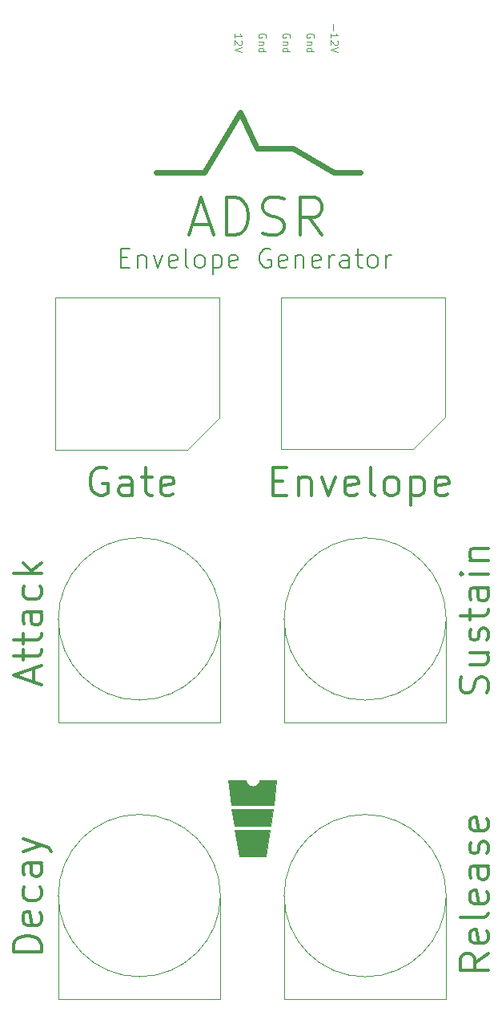
<source format=gbr>
%TF.GenerationSoftware,KiCad,Pcbnew,(6.0.0-0)*%
%TF.CreationDate,2022-11-10T22:32:44-05:00*%
%TF.ProjectId,ADSR-Generator,41445352-2d47-4656-9e65-7261746f722e,rev?*%
%TF.SameCoordinates,Original*%
%TF.FileFunction,Legend,Top*%
%TF.FilePolarity,Positive*%
%FSLAX46Y46*%
G04 Gerber Fmt 4.6, Leading zero omitted, Abs format (unit mm)*
G04 Created by KiCad (PCBNEW (6.0.0-0)) date 2022-11-10 22:32:44*
%MOMM*%
%LPD*%
G01*
G04 APERTURE LIST*
%ADD10C,0.300000*%
%ADD11C,0.600000*%
%ADD12C,0.200000*%
%ADD13C,0.100000*%
%ADD14C,0.052916*%
%ADD15C,0.120000*%
G04 APERTURE END LIST*
D10*
X227838857Y-60102666D02*
X229743619Y-60102666D01*
X227457904Y-61245523D02*
X228791238Y-57245523D01*
X230124571Y-61245523D01*
X231457904Y-61245523D02*
X231457904Y-57245523D01*
X232410285Y-57245523D01*
X232981714Y-57436000D01*
X233362666Y-57816952D01*
X233553142Y-58197904D01*
X233743619Y-58959809D01*
X233743619Y-59531238D01*
X233553142Y-60293142D01*
X233362666Y-60674095D01*
X232981714Y-61055047D01*
X232410285Y-61245523D01*
X231457904Y-61245523D01*
X235267428Y-61055047D02*
X235838857Y-61245523D01*
X236791238Y-61245523D01*
X237172190Y-61055047D01*
X237362666Y-60864571D01*
X237553142Y-60483619D01*
X237553142Y-60102666D01*
X237362666Y-59721714D01*
X237172190Y-59531238D01*
X236791238Y-59340761D01*
X236029333Y-59150285D01*
X235648380Y-58959809D01*
X235457904Y-58769333D01*
X235267428Y-58388380D01*
X235267428Y-58007428D01*
X235457904Y-57626476D01*
X235648380Y-57436000D01*
X236029333Y-57245523D01*
X236981714Y-57245523D01*
X237553142Y-57436000D01*
X241553142Y-61245523D02*
X240219809Y-59340761D01*
X239267428Y-61245523D02*
X239267428Y-57245523D01*
X240791238Y-57245523D01*
X241172190Y-57436000D01*
X241362666Y-57626476D01*
X241553142Y-58007428D01*
X241553142Y-58578857D01*
X241362666Y-58959809D01*
X241172190Y-59150285D01*
X240791238Y-59340761D01*
X239267428Y-59340761D01*
D11*
X226314000Y-54610000D02*
X224028000Y-54610000D01*
X242824000Y-54610000D02*
X245618000Y-54610000D01*
X238506000Y-52070000D02*
X242824000Y-54610000D01*
X234696000Y-52070000D02*
X238506000Y-52070000D01*
X232918000Y-48260000D02*
X234696000Y-52070000D01*
X229108000Y-54610000D02*
X232918000Y-48260000D01*
X226314000Y-54610000D02*
X229108000Y-54610000D01*
D12*
X220299142Y-63611142D02*
X220965809Y-63611142D01*
X221251523Y-64658761D02*
X220299142Y-64658761D01*
X220299142Y-62658761D01*
X221251523Y-62658761D01*
X222108666Y-63325428D02*
X222108666Y-64658761D01*
X222108666Y-63515904D02*
X222203904Y-63420666D01*
X222394380Y-63325428D01*
X222680095Y-63325428D01*
X222870571Y-63420666D01*
X222965809Y-63611142D01*
X222965809Y-64658761D01*
X223727714Y-63325428D02*
X224203904Y-64658761D01*
X224680095Y-63325428D01*
X226203904Y-64563523D02*
X226013428Y-64658761D01*
X225632476Y-64658761D01*
X225442000Y-64563523D01*
X225346761Y-64373047D01*
X225346761Y-63611142D01*
X225442000Y-63420666D01*
X225632476Y-63325428D01*
X226013428Y-63325428D01*
X226203904Y-63420666D01*
X226299142Y-63611142D01*
X226299142Y-63801619D01*
X225346761Y-63992095D01*
X227442000Y-64658761D02*
X227251523Y-64563523D01*
X227156285Y-64373047D01*
X227156285Y-62658761D01*
X228489619Y-64658761D02*
X228299142Y-64563523D01*
X228203904Y-64468285D01*
X228108666Y-64277809D01*
X228108666Y-63706380D01*
X228203904Y-63515904D01*
X228299142Y-63420666D01*
X228489619Y-63325428D01*
X228775333Y-63325428D01*
X228965809Y-63420666D01*
X229061047Y-63515904D01*
X229156285Y-63706380D01*
X229156285Y-64277809D01*
X229061047Y-64468285D01*
X228965809Y-64563523D01*
X228775333Y-64658761D01*
X228489619Y-64658761D01*
X230013428Y-63325428D02*
X230013428Y-65325428D01*
X230013428Y-63420666D02*
X230203904Y-63325428D01*
X230584857Y-63325428D01*
X230775333Y-63420666D01*
X230870571Y-63515904D01*
X230965809Y-63706380D01*
X230965809Y-64277809D01*
X230870571Y-64468285D01*
X230775333Y-64563523D01*
X230584857Y-64658761D01*
X230203904Y-64658761D01*
X230013428Y-64563523D01*
X232584857Y-64563523D02*
X232394380Y-64658761D01*
X232013428Y-64658761D01*
X231822952Y-64563523D01*
X231727714Y-64373047D01*
X231727714Y-63611142D01*
X231822952Y-63420666D01*
X232013428Y-63325428D01*
X232394380Y-63325428D01*
X232584857Y-63420666D01*
X232680095Y-63611142D01*
X232680095Y-63801619D01*
X231727714Y-63992095D01*
X236108666Y-62754000D02*
X235918190Y-62658761D01*
X235632476Y-62658761D01*
X235346761Y-62754000D01*
X235156285Y-62944476D01*
X235061047Y-63134952D01*
X234965809Y-63515904D01*
X234965809Y-63801619D01*
X235061047Y-64182571D01*
X235156285Y-64373047D01*
X235346761Y-64563523D01*
X235632476Y-64658761D01*
X235822952Y-64658761D01*
X236108666Y-64563523D01*
X236203904Y-64468285D01*
X236203904Y-63801619D01*
X235822952Y-63801619D01*
X237822952Y-64563523D02*
X237632476Y-64658761D01*
X237251523Y-64658761D01*
X237061047Y-64563523D01*
X236965809Y-64373047D01*
X236965809Y-63611142D01*
X237061047Y-63420666D01*
X237251523Y-63325428D01*
X237632476Y-63325428D01*
X237822952Y-63420666D01*
X237918190Y-63611142D01*
X237918190Y-63801619D01*
X236965809Y-63992095D01*
X238775333Y-63325428D02*
X238775333Y-64658761D01*
X238775333Y-63515904D02*
X238870571Y-63420666D01*
X239061047Y-63325428D01*
X239346761Y-63325428D01*
X239537238Y-63420666D01*
X239632476Y-63611142D01*
X239632476Y-64658761D01*
X241346761Y-64563523D02*
X241156285Y-64658761D01*
X240775333Y-64658761D01*
X240584857Y-64563523D01*
X240489619Y-64373047D01*
X240489619Y-63611142D01*
X240584857Y-63420666D01*
X240775333Y-63325428D01*
X241156285Y-63325428D01*
X241346761Y-63420666D01*
X241442000Y-63611142D01*
X241442000Y-63801619D01*
X240489619Y-63992095D01*
X242299142Y-64658761D02*
X242299142Y-63325428D01*
X242299142Y-63706380D02*
X242394380Y-63515904D01*
X242489619Y-63420666D01*
X242680095Y-63325428D01*
X242870571Y-63325428D01*
X244394380Y-64658761D02*
X244394380Y-63611142D01*
X244299142Y-63420666D01*
X244108666Y-63325428D01*
X243727714Y-63325428D01*
X243537238Y-63420666D01*
X244394380Y-64563523D02*
X244203904Y-64658761D01*
X243727714Y-64658761D01*
X243537238Y-64563523D01*
X243442000Y-64373047D01*
X243442000Y-64182571D01*
X243537238Y-63992095D01*
X243727714Y-63896857D01*
X244203904Y-63896857D01*
X244394380Y-63801619D01*
X245061047Y-63325428D02*
X245822952Y-63325428D01*
X245346761Y-62658761D02*
X245346761Y-64373047D01*
X245442000Y-64563523D01*
X245632476Y-64658761D01*
X245822952Y-64658761D01*
X246775333Y-64658761D02*
X246584857Y-64563523D01*
X246489619Y-64468285D01*
X246394380Y-64277809D01*
X246394380Y-63706380D01*
X246489619Y-63515904D01*
X246584857Y-63420666D01*
X246775333Y-63325428D01*
X247061047Y-63325428D01*
X247251523Y-63420666D01*
X247346761Y-63515904D01*
X247442000Y-63706380D01*
X247442000Y-64277809D01*
X247346761Y-64468285D01*
X247251523Y-64563523D01*
X247061047Y-64658761D01*
X246775333Y-64658761D01*
X248299142Y-64658761D02*
X248299142Y-63325428D01*
X248299142Y-63706380D02*
X248394380Y-63515904D01*
X248489619Y-63420666D01*
X248680095Y-63325428D01*
X248870571Y-63325428D01*
D13*
X232302095Y-40398761D02*
X232302095Y-39941619D01*
X232302095Y-40170190D02*
X233102095Y-40170190D01*
X232987809Y-40094000D01*
X232911619Y-40017809D01*
X232873523Y-39941619D01*
X233025904Y-40703523D02*
X233064000Y-40741619D01*
X233102095Y-40817809D01*
X233102095Y-41008285D01*
X233064000Y-41084476D01*
X233025904Y-41122571D01*
X232949714Y-41160666D01*
X232873523Y-41160666D01*
X232759238Y-41122571D01*
X232302095Y-40665428D01*
X232302095Y-41160666D01*
X233102095Y-41389238D02*
X232302095Y-41655904D01*
X233102095Y-41922571D01*
X235604000Y-40379714D02*
X235642095Y-40303523D01*
X235642095Y-40189238D01*
X235604000Y-40074952D01*
X235527809Y-39998761D01*
X235451619Y-39960666D01*
X235299238Y-39922571D01*
X235184952Y-39922571D01*
X235032571Y-39960666D01*
X234956380Y-39998761D01*
X234880190Y-40074952D01*
X234842095Y-40189238D01*
X234842095Y-40265428D01*
X234880190Y-40379714D01*
X234918285Y-40417809D01*
X235184952Y-40417809D01*
X235184952Y-40265428D01*
X235375428Y-40760666D02*
X234842095Y-40760666D01*
X235299238Y-40760666D02*
X235337333Y-40798761D01*
X235375428Y-40874952D01*
X235375428Y-40989238D01*
X235337333Y-41065428D01*
X235261142Y-41103523D01*
X234842095Y-41103523D01*
X234842095Y-41827333D02*
X235642095Y-41827333D01*
X234880190Y-41827333D02*
X234842095Y-41751142D01*
X234842095Y-41598761D01*
X234880190Y-41522571D01*
X234918285Y-41484476D01*
X234994476Y-41446380D01*
X235223047Y-41446380D01*
X235299238Y-41484476D01*
X235337333Y-41522571D01*
X235375428Y-41598761D01*
X235375428Y-41751142D01*
X235337333Y-41827333D01*
X242766857Y-38976476D02*
X242766857Y-39586000D01*
X242462095Y-40386000D02*
X242462095Y-39928857D01*
X242462095Y-40157428D02*
X243262095Y-40157428D01*
X243147809Y-40081238D01*
X243071619Y-40005047D01*
X243033523Y-39928857D01*
X243185904Y-40690761D02*
X243224000Y-40728857D01*
X243262095Y-40805047D01*
X243262095Y-40995523D01*
X243224000Y-41071714D01*
X243185904Y-41109809D01*
X243109714Y-41147904D01*
X243033523Y-41147904D01*
X242919238Y-41109809D01*
X242462095Y-40652666D01*
X242462095Y-41147904D01*
X243262095Y-41376476D02*
X242462095Y-41643142D01*
X243262095Y-41909809D01*
X238144000Y-40379714D02*
X238182095Y-40303523D01*
X238182095Y-40189238D01*
X238144000Y-40074952D01*
X238067809Y-39998761D01*
X237991619Y-39960666D01*
X237839238Y-39922571D01*
X237724952Y-39922571D01*
X237572571Y-39960666D01*
X237496380Y-39998761D01*
X237420190Y-40074952D01*
X237382095Y-40189238D01*
X237382095Y-40265428D01*
X237420190Y-40379714D01*
X237458285Y-40417809D01*
X237724952Y-40417809D01*
X237724952Y-40265428D01*
X237915428Y-40760666D02*
X237382095Y-40760666D01*
X237839238Y-40760666D02*
X237877333Y-40798761D01*
X237915428Y-40874952D01*
X237915428Y-40989238D01*
X237877333Y-41065428D01*
X237801142Y-41103523D01*
X237382095Y-41103523D01*
X237382095Y-41827333D02*
X238182095Y-41827333D01*
X237420190Y-41827333D02*
X237382095Y-41751142D01*
X237382095Y-41598761D01*
X237420190Y-41522571D01*
X237458285Y-41484476D01*
X237534476Y-41446380D01*
X237763047Y-41446380D01*
X237839238Y-41484476D01*
X237877333Y-41522571D01*
X237915428Y-41598761D01*
X237915428Y-41751142D01*
X237877333Y-41827333D01*
X240684000Y-40379714D02*
X240722095Y-40303523D01*
X240722095Y-40189238D01*
X240684000Y-40074952D01*
X240607809Y-39998761D01*
X240531619Y-39960666D01*
X240379238Y-39922571D01*
X240264952Y-39922571D01*
X240112571Y-39960666D01*
X240036380Y-39998761D01*
X239960190Y-40074952D01*
X239922095Y-40189238D01*
X239922095Y-40265428D01*
X239960190Y-40379714D01*
X239998285Y-40417809D01*
X240264952Y-40417809D01*
X240264952Y-40265428D01*
X240455428Y-40760666D02*
X239922095Y-40760666D01*
X240379238Y-40760666D02*
X240417333Y-40798761D01*
X240455428Y-40874952D01*
X240455428Y-40989238D01*
X240417333Y-41065428D01*
X240341142Y-41103523D01*
X239922095Y-41103523D01*
X239922095Y-41827333D02*
X240722095Y-41827333D01*
X239960190Y-41827333D02*
X239922095Y-41751142D01*
X239922095Y-41598761D01*
X239960190Y-41522571D01*
X239998285Y-41484476D01*
X240074476Y-41446380D01*
X240303047Y-41446380D01*
X240379238Y-41484476D01*
X240417333Y-41522571D01*
X240455428Y-41598761D01*
X240455428Y-41751142D01*
X240417333Y-41827333D01*
D10*
%TO.C,RV4*%
X211923142Y-136921142D02*
X208923142Y-136921142D01*
X208923142Y-136206857D01*
X209066000Y-135778285D01*
X209351714Y-135492571D01*
X209637428Y-135349714D01*
X210208857Y-135206857D01*
X210637428Y-135206857D01*
X211208857Y-135349714D01*
X211494571Y-135492571D01*
X211780285Y-135778285D01*
X211923142Y-136206857D01*
X211923142Y-136921142D01*
X211780285Y-132778285D02*
X211923142Y-133064000D01*
X211923142Y-133635428D01*
X211780285Y-133921142D01*
X211494571Y-134064000D01*
X210351714Y-134064000D01*
X210066000Y-133921142D01*
X209923142Y-133635428D01*
X209923142Y-133064000D01*
X210066000Y-132778285D01*
X210351714Y-132635428D01*
X210637428Y-132635428D01*
X210923142Y-134064000D01*
X211780285Y-130064000D02*
X211923142Y-130349714D01*
X211923142Y-130921142D01*
X211780285Y-131206857D01*
X211637428Y-131349714D01*
X211351714Y-131492571D01*
X210494571Y-131492571D01*
X210208857Y-131349714D01*
X210066000Y-131206857D01*
X209923142Y-130921142D01*
X209923142Y-130349714D01*
X210066000Y-130064000D01*
X211923142Y-127492571D02*
X210351714Y-127492571D01*
X210066000Y-127635428D01*
X209923142Y-127921142D01*
X209923142Y-128492571D01*
X210066000Y-128778285D01*
X211780285Y-127492571D02*
X211923142Y-127778285D01*
X211923142Y-128492571D01*
X211780285Y-128778285D01*
X211494571Y-128921142D01*
X211208857Y-128921142D01*
X210923142Y-128778285D01*
X210780285Y-128492571D01*
X210780285Y-127778285D01*
X210637428Y-127492571D01*
X209923142Y-126349714D02*
X211923142Y-125635428D01*
X209923142Y-124921142D02*
X211923142Y-125635428D01*
X212637428Y-125921142D01*
X212780285Y-126064000D01*
X212923142Y-126349714D01*
%TO.C,RV3*%
X259024285Y-109568285D02*
X259167142Y-109139714D01*
X259167142Y-108425428D01*
X259024285Y-108139714D01*
X258881428Y-107996857D01*
X258595714Y-107854000D01*
X258310000Y-107854000D01*
X258024285Y-107996857D01*
X257881428Y-108139714D01*
X257738571Y-108425428D01*
X257595714Y-108996857D01*
X257452857Y-109282571D01*
X257310000Y-109425428D01*
X257024285Y-109568285D01*
X256738571Y-109568285D01*
X256452857Y-109425428D01*
X256310000Y-109282571D01*
X256167142Y-108996857D01*
X256167142Y-108282571D01*
X256310000Y-107854000D01*
X257167142Y-105282571D02*
X259167142Y-105282571D01*
X257167142Y-106568285D02*
X258738571Y-106568285D01*
X259024285Y-106425428D01*
X259167142Y-106139714D01*
X259167142Y-105711142D01*
X259024285Y-105425428D01*
X258881428Y-105282571D01*
X259024285Y-103996857D02*
X259167142Y-103711142D01*
X259167142Y-103139714D01*
X259024285Y-102854000D01*
X258738571Y-102711142D01*
X258595714Y-102711142D01*
X258310000Y-102854000D01*
X258167142Y-103139714D01*
X258167142Y-103568285D01*
X258024285Y-103854000D01*
X257738571Y-103996857D01*
X257595714Y-103996857D01*
X257310000Y-103854000D01*
X257167142Y-103568285D01*
X257167142Y-103139714D01*
X257310000Y-102854000D01*
X257167142Y-101854000D02*
X257167142Y-100711142D01*
X256167142Y-101425428D02*
X258738571Y-101425428D01*
X259024285Y-101282571D01*
X259167142Y-100996857D01*
X259167142Y-100711142D01*
X259167142Y-98425428D02*
X257595714Y-98425428D01*
X257310000Y-98568285D01*
X257167142Y-98854000D01*
X257167142Y-99425428D01*
X257310000Y-99711142D01*
X259024285Y-98425428D02*
X259167142Y-98711142D01*
X259167142Y-99425428D01*
X259024285Y-99711142D01*
X258738571Y-99854000D01*
X258452857Y-99854000D01*
X258167142Y-99711142D01*
X258024285Y-99425428D01*
X258024285Y-98711142D01*
X257881428Y-98425428D01*
X259167142Y-96996857D02*
X257167142Y-96996857D01*
X256167142Y-96996857D02*
X256310000Y-97139714D01*
X256452857Y-96996857D01*
X256310000Y-96854000D01*
X256167142Y-96996857D01*
X256452857Y-96996857D01*
X257167142Y-95568285D02*
X259167142Y-95568285D01*
X257452857Y-95568285D02*
X257310000Y-95425428D01*
X257167142Y-95139714D01*
X257167142Y-94711142D01*
X257310000Y-94425428D01*
X257595714Y-94282571D01*
X259167142Y-94282571D01*
%TO.C,RV2*%
X211066000Y-108393714D02*
X211066000Y-106965142D01*
X211923142Y-108679428D02*
X208923142Y-107679428D01*
X211923142Y-106679428D01*
X209923142Y-106108000D02*
X209923142Y-104965142D01*
X208923142Y-105679428D02*
X211494571Y-105679428D01*
X211780285Y-105536571D01*
X211923142Y-105250857D01*
X211923142Y-104965142D01*
X209923142Y-104393714D02*
X209923142Y-103250857D01*
X208923142Y-103965142D02*
X211494571Y-103965142D01*
X211780285Y-103822285D01*
X211923142Y-103536571D01*
X211923142Y-103250857D01*
X211923142Y-100965142D02*
X210351714Y-100965142D01*
X210066000Y-101108000D01*
X209923142Y-101393714D01*
X209923142Y-101965142D01*
X210066000Y-102250857D01*
X211780285Y-100965142D02*
X211923142Y-101250857D01*
X211923142Y-101965142D01*
X211780285Y-102250857D01*
X211494571Y-102393714D01*
X211208857Y-102393714D01*
X210923142Y-102250857D01*
X210780285Y-101965142D01*
X210780285Y-101250857D01*
X210637428Y-100965142D01*
X211780285Y-98250857D02*
X211923142Y-98536571D01*
X211923142Y-99108000D01*
X211780285Y-99393714D01*
X211637428Y-99536571D01*
X211351714Y-99679428D01*
X210494571Y-99679428D01*
X210208857Y-99536571D01*
X210066000Y-99393714D01*
X209923142Y-99108000D01*
X209923142Y-98536571D01*
X210066000Y-98250857D01*
X211923142Y-96965142D02*
X208923142Y-96965142D01*
X210780285Y-96679428D02*
X211923142Y-95822285D01*
X209923142Y-95822285D02*
X211066000Y-96965142D01*
%TO.C,RV1*%
X259167142Y-137095714D02*
X257738571Y-138095714D01*
X259167142Y-138810000D02*
X256167142Y-138810000D01*
X256167142Y-137667142D01*
X256310000Y-137381428D01*
X256452857Y-137238571D01*
X256738571Y-137095714D01*
X257167142Y-137095714D01*
X257452857Y-137238571D01*
X257595714Y-137381428D01*
X257738571Y-137667142D01*
X257738571Y-138810000D01*
X259024285Y-134667142D02*
X259167142Y-134952857D01*
X259167142Y-135524285D01*
X259024285Y-135810000D01*
X258738571Y-135952857D01*
X257595714Y-135952857D01*
X257310000Y-135810000D01*
X257167142Y-135524285D01*
X257167142Y-134952857D01*
X257310000Y-134667142D01*
X257595714Y-134524285D01*
X257881428Y-134524285D01*
X258167142Y-135952857D01*
X259167142Y-132810000D02*
X259024285Y-133095714D01*
X258738571Y-133238571D01*
X256167142Y-133238571D01*
X259024285Y-130524285D02*
X259167142Y-130810000D01*
X259167142Y-131381428D01*
X259024285Y-131667142D01*
X258738571Y-131810000D01*
X257595714Y-131810000D01*
X257310000Y-131667142D01*
X257167142Y-131381428D01*
X257167142Y-130810000D01*
X257310000Y-130524285D01*
X257595714Y-130381428D01*
X257881428Y-130381428D01*
X258167142Y-131810000D01*
X259167142Y-127810000D02*
X257595714Y-127810000D01*
X257310000Y-127952857D01*
X257167142Y-128238571D01*
X257167142Y-128810000D01*
X257310000Y-129095714D01*
X259024285Y-127810000D02*
X259167142Y-128095714D01*
X259167142Y-128810000D01*
X259024285Y-129095714D01*
X258738571Y-129238571D01*
X258452857Y-129238571D01*
X258167142Y-129095714D01*
X258024285Y-128810000D01*
X258024285Y-128095714D01*
X257881428Y-127810000D01*
X259024285Y-126524285D02*
X259167142Y-126238571D01*
X259167142Y-125667142D01*
X259024285Y-125381428D01*
X258738571Y-125238571D01*
X258595714Y-125238571D01*
X258310000Y-125381428D01*
X258167142Y-125667142D01*
X258167142Y-126095714D01*
X258024285Y-126381428D01*
X257738571Y-126524285D01*
X257595714Y-126524285D01*
X257310000Y-126381428D01*
X257167142Y-126095714D01*
X257167142Y-125667142D01*
X257310000Y-125381428D01*
X259024285Y-122810000D02*
X259167142Y-123095714D01*
X259167142Y-123667142D01*
X259024285Y-123952857D01*
X258738571Y-124095714D01*
X257595714Y-124095714D01*
X257310000Y-123952857D01*
X257167142Y-123667142D01*
X257167142Y-123095714D01*
X257310000Y-122810000D01*
X257595714Y-122667142D01*
X257881428Y-122667142D01*
X258167142Y-124095714D01*
%TO.C,J3*%
X236403714Y-87161714D02*
X237403714Y-87161714D01*
X237832285Y-88733142D02*
X236403714Y-88733142D01*
X236403714Y-85733142D01*
X237832285Y-85733142D01*
X239118000Y-86733142D02*
X239118000Y-88733142D01*
X239118000Y-87018857D02*
X239260857Y-86876000D01*
X239546571Y-86733142D01*
X239975142Y-86733142D01*
X240260857Y-86876000D01*
X240403714Y-87161714D01*
X240403714Y-88733142D01*
X241546571Y-86733142D02*
X242260857Y-88733142D01*
X242975142Y-86733142D01*
X245260857Y-88590285D02*
X244975142Y-88733142D01*
X244403714Y-88733142D01*
X244118000Y-88590285D01*
X243975142Y-88304571D01*
X243975142Y-87161714D01*
X244118000Y-86876000D01*
X244403714Y-86733142D01*
X244975142Y-86733142D01*
X245260857Y-86876000D01*
X245403714Y-87161714D01*
X245403714Y-87447428D01*
X243975142Y-87733142D01*
X247118000Y-88733142D02*
X246832285Y-88590285D01*
X246689428Y-88304571D01*
X246689428Y-85733142D01*
X248689428Y-88733142D02*
X248403714Y-88590285D01*
X248260857Y-88447428D01*
X248118000Y-88161714D01*
X248118000Y-87304571D01*
X248260857Y-87018857D01*
X248403714Y-86876000D01*
X248689428Y-86733142D01*
X249118000Y-86733142D01*
X249403714Y-86876000D01*
X249546571Y-87018857D01*
X249689428Y-87304571D01*
X249689428Y-88161714D01*
X249546571Y-88447428D01*
X249403714Y-88590285D01*
X249118000Y-88733142D01*
X248689428Y-88733142D01*
X250975142Y-86733142D02*
X250975142Y-89733142D01*
X250975142Y-86876000D02*
X251260857Y-86733142D01*
X251832285Y-86733142D01*
X252118000Y-86876000D01*
X252260857Y-87018857D01*
X252403714Y-87304571D01*
X252403714Y-88161714D01*
X252260857Y-88447428D01*
X252118000Y-88590285D01*
X251832285Y-88733142D01*
X251260857Y-88733142D01*
X250975142Y-88590285D01*
X254832285Y-88590285D02*
X254546571Y-88733142D01*
X253975142Y-88733142D01*
X253689428Y-88590285D01*
X253546571Y-88304571D01*
X253546571Y-87161714D01*
X253689428Y-86876000D01*
X253975142Y-86733142D01*
X254546571Y-86733142D01*
X254832285Y-86876000D01*
X254975142Y-87161714D01*
X254975142Y-87447428D01*
X253546571Y-87733142D01*
%TO.C,J2*%
X218773714Y-85876000D02*
X218488000Y-85733142D01*
X218059428Y-85733142D01*
X217630857Y-85876000D01*
X217345142Y-86161714D01*
X217202285Y-86447428D01*
X217059428Y-87018857D01*
X217059428Y-87447428D01*
X217202285Y-88018857D01*
X217345142Y-88304571D01*
X217630857Y-88590285D01*
X218059428Y-88733142D01*
X218345142Y-88733142D01*
X218773714Y-88590285D01*
X218916571Y-88447428D01*
X218916571Y-87447428D01*
X218345142Y-87447428D01*
X221488000Y-88733142D02*
X221488000Y-87161714D01*
X221345142Y-86876000D01*
X221059428Y-86733142D01*
X220488000Y-86733142D01*
X220202285Y-86876000D01*
X221488000Y-88590285D02*
X221202285Y-88733142D01*
X220488000Y-88733142D01*
X220202285Y-88590285D01*
X220059428Y-88304571D01*
X220059428Y-88018857D01*
X220202285Y-87733142D01*
X220488000Y-87590285D01*
X221202285Y-87590285D01*
X221488000Y-87447428D01*
X222488000Y-86733142D02*
X223630857Y-86733142D01*
X222916571Y-85733142D02*
X222916571Y-88304571D01*
X223059428Y-88590285D01*
X223345142Y-88733142D01*
X223630857Y-88733142D01*
X225773714Y-88590285D02*
X225488000Y-88733142D01*
X224916571Y-88733142D01*
X224630857Y-88590285D01*
X224488000Y-88304571D01*
X224488000Y-87161714D01*
X224630857Y-86876000D01*
X224916571Y-86733142D01*
X225488000Y-86733142D01*
X225773714Y-86876000D01*
X225916571Y-87161714D01*
X225916571Y-87447428D01*
X224488000Y-87733142D01*
D14*
%TO.C,REF\u002A\u002A*%
X231974075Y-121826985D02*
X236382034Y-121826985D01*
X236382034Y-121826985D02*
X236123271Y-123570060D01*
X236123271Y-123570060D02*
X232277817Y-123570060D01*
X232277817Y-123570060D02*
X231974075Y-121826985D01*
X231974075Y-121826985D02*
X231974075Y-121826985D01*
G36*
X236123271Y-123570060D02*
G01*
X232277817Y-123570060D01*
X231974075Y-121826985D01*
X236382034Y-121826985D01*
X236123271Y-123570060D01*
G37*
X236123271Y-123570060D02*
X232277817Y-123570060D01*
X231974075Y-121826985D01*
X236382034Y-121826985D01*
X236123271Y-123570060D01*
X232333909Y-123997097D02*
X232783700Y-126785805D01*
X232783700Y-126785805D02*
X235583521Y-126785805D01*
X235583521Y-126785805D02*
X236033313Y-123997097D01*
X236033313Y-123997097D02*
X232333909Y-123997097D01*
X232333909Y-123997097D02*
X232333909Y-123997097D01*
G36*
X235583521Y-126785805D02*
G01*
X232783700Y-126785805D01*
X232333909Y-123997097D01*
X236033313Y-123997097D01*
X235583521Y-126785805D01*
G37*
X235583521Y-126785805D02*
X232783700Y-126785805D01*
X232333909Y-123997097D01*
X236033313Y-123997097D01*
X235583521Y-126785805D01*
X231620063Y-118784806D02*
X233496488Y-118784806D01*
X233496488Y-118784806D02*
X233499605Y-118808659D01*
X233499605Y-118808659D02*
X233503406Y-118832398D01*
X233503406Y-118832398D02*
X233507889Y-118856007D01*
X233507889Y-118856007D02*
X233513051Y-118879472D01*
X233513051Y-118879472D02*
X233518887Y-118902779D01*
X233518887Y-118902779D02*
X233525394Y-118925912D01*
X233525394Y-118925912D02*
X233532569Y-118948858D01*
X233532569Y-118948858D02*
X233540408Y-118971601D01*
X233540408Y-118971601D02*
X233544734Y-118981251D01*
X233544734Y-118981251D02*
X233549244Y-118990807D01*
X233549244Y-118990807D02*
X233553938Y-119000268D01*
X233553938Y-119000268D02*
X233558813Y-119009632D01*
X233558813Y-119009632D02*
X233563869Y-119018894D01*
X233563869Y-119018894D02*
X233569103Y-119028054D01*
X233569103Y-119028054D02*
X233574513Y-119037108D01*
X233574513Y-119037108D02*
X233580099Y-119046053D01*
X233580099Y-119046053D02*
X233585858Y-119054888D01*
X233585858Y-119054888D02*
X233591790Y-119063610D01*
X233591790Y-119063610D02*
X233597891Y-119072216D01*
X233597891Y-119072216D02*
X233604161Y-119080703D01*
X233604161Y-119080703D02*
X233610599Y-119089070D01*
X233610599Y-119089070D02*
X233617201Y-119097313D01*
X233617201Y-119097313D02*
X233623968Y-119105430D01*
X233623968Y-119105430D02*
X233630896Y-119113418D01*
X233630896Y-119113418D02*
X233640024Y-119124965D01*
X233640024Y-119124965D02*
X233649358Y-119136334D01*
X233649358Y-119136334D02*
X233658897Y-119147523D01*
X233658897Y-119147523D02*
X233668637Y-119158528D01*
X233668637Y-119158528D02*
X233678575Y-119169347D01*
X233678575Y-119169347D02*
X233688710Y-119179978D01*
X233688710Y-119179978D02*
X233699037Y-119190417D01*
X233699037Y-119190417D02*
X233709556Y-119200663D01*
X233709556Y-119200663D02*
X233720261Y-119210713D01*
X233720261Y-119210713D02*
X233731152Y-119220563D01*
X233731152Y-119220563D02*
X233742225Y-119230212D01*
X233742225Y-119230212D02*
X233753478Y-119239657D01*
X233753478Y-119239657D02*
X233764908Y-119248896D01*
X233764908Y-119248896D02*
X233776511Y-119257924D01*
X233776511Y-119257924D02*
X233788286Y-119266741D01*
X233788286Y-119266741D02*
X233800230Y-119275343D01*
X233800230Y-119275343D02*
X233815723Y-119285902D01*
X233815723Y-119285902D02*
X233831446Y-119296082D01*
X233831446Y-119296082D02*
X233847392Y-119305880D01*
X233847392Y-119305880D02*
X233863553Y-119315292D01*
X233863553Y-119315292D02*
X233879922Y-119324317D01*
X233879922Y-119324317D02*
X233896492Y-119332950D01*
X233896492Y-119332950D02*
X233913257Y-119341189D01*
X233913257Y-119341189D02*
X233930208Y-119349029D01*
X233930208Y-119349029D02*
X233947339Y-119356469D01*
X233947339Y-119356469D02*
X233964642Y-119363505D01*
X233964642Y-119363505D02*
X233982111Y-119370133D01*
X233982111Y-119370133D02*
X233999739Y-119376351D01*
X233999739Y-119376351D02*
X234017518Y-119382154D01*
X234017518Y-119382154D02*
X234035441Y-119387541D01*
X234035441Y-119387541D02*
X234053501Y-119392508D01*
X234053501Y-119392508D02*
X234071692Y-119397052D01*
X234071692Y-119397052D02*
X234089072Y-119401451D01*
X234089072Y-119401451D02*
X234106549Y-119405409D01*
X234106549Y-119405409D02*
X234124115Y-119408924D01*
X234124115Y-119408924D02*
X234141761Y-119411994D01*
X234141761Y-119411994D02*
X234159479Y-119414619D01*
X234159479Y-119414619D02*
X234177261Y-119416797D01*
X234177261Y-119416797D02*
X234195097Y-119418526D01*
X234195097Y-119418526D02*
X234212979Y-119419806D01*
X234212979Y-119419806D02*
X234229822Y-119420414D01*
X234229822Y-119420414D02*
X234246666Y-119420620D01*
X234246666Y-119420620D02*
X234263507Y-119420426D01*
X234263507Y-119420426D02*
X234280335Y-119419831D01*
X234280335Y-119419831D02*
X234297144Y-119418837D01*
X234297144Y-119418837D02*
X234313928Y-119417442D01*
X234313928Y-119417442D02*
X234330678Y-119415649D01*
X234330678Y-119415649D02*
X234347388Y-119413456D01*
X234347388Y-119413456D02*
X234363602Y-119410692D01*
X234363602Y-119410692D02*
X234379733Y-119407559D01*
X234379733Y-119407559D02*
X234395776Y-119404059D01*
X234395776Y-119404059D02*
X234411723Y-119400194D01*
X234411723Y-119400194D02*
X234427569Y-119395966D01*
X234427569Y-119395966D02*
X234443308Y-119391378D01*
X234443308Y-119391378D02*
X234458933Y-119386431D01*
X234458933Y-119386431D02*
X234474439Y-119381128D01*
X234474439Y-119381128D02*
X234489819Y-119375471D01*
X234489819Y-119375471D02*
X234505068Y-119369463D01*
X234505068Y-119369463D02*
X234520178Y-119363104D01*
X234520178Y-119363104D02*
X234535145Y-119356399D01*
X234535145Y-119356399D02*
X234549962Y-119349347D01*
X234549962Y-119349347D02*
X234564622Y-119341953D01*
X234564622Y-119341953D02*
X234579121Y-119334218D01*
X234579121Y-119334218D02*
X234593451Y-119326144D01*
X234593451Y-119326144D02*
X234608321Y-119317698D01*
X234608321Y-119317698D02*
X234622993Y-119308941D01*
X234622993Y-119308941D02*
X234637464Y-119299876D01*
X234637464Y-119299876D02*
X234651729Y-119290508D01*
X234651729Y-119290508D02*
X234665782Y-119280840D01*
X234665782Y-119280840D02*
X234679620Y-119270876D01*
X234679620Y-119270876D02*
X234693237Y-119260619D01*
X234693237Y-119260619D02*
X234706629Y-119250073D01*
X234706629Y-119250073D02*
X234719792Y-119239242D01*
X234719792Y-119239242D02*
X234732721Y-119228129D01*
X234732721Y-119228129D02*
X234745411Y-119216739D01*
X234745411Y-119216739D02*
X234757857Y-119205075D01*
X234757857Y-119205075D02*
X234770056Y-119193140D01*
X234770056Y-119193140D02*
X234782002Y-119180939D01*
X234782002Y-119180939D02*
X234793690Y-119168475D01*
X234793690Y-119168475D02*
X234805117Y-119155752D01*
X234805117Y-119155752D02*
X234815274Y-119144702D01*
X234815274Y-119144702D02*
X234825140Y-119133413D01*
X234825140Y-119133413D02*
X234834710Y-119121891D01*
X234834710Y-119121891D02*
X234843980Y-119110142D01*
X234843980Y-119110142D02*
X234852948Y-119098171D01*
X234852948Y-119098171D02*
X234861609Y-119085985D01*
X234861609Y-119085985D02*
X234869959Y-119073590D01*
X234869959Y-119073590D02*
X234877995Y-119060992D01*
X234877995Y-119060992D02*
X234885714Y-119048197D01*
X234885714Y-119048197D02*
X234893111Y-119035210D01*
X234893111Y-119035210D02*
X234900182Y-119022038D01*
X234900182Y-119022038D02*
X234906925Y-119008687D01*
X234906925Y-119008687D02*
X234913334Y-118995163D01*
X234913334Y-118995163D02*
X234919407Y-118981471D01*
X234919407Y-118981471D02*
X234925140Y-118967618D01*
X234925140Y-118967618D02*
X234930529Y-118953610D01*
X234930529Y-118953610D02*
X234937048Y-118932774D01*
X234937048Y-118932774D02*
X234943294Y-118911856D01*
X234943294Y-118911856D02*
X234949265Y-118890860D01*
X234949265Y-118890860D02*
X234954961Y-118869789D01*
X234954961Y-118869789D02*
X234960381Y-118848646D01*
X234960381Y-118848646D02*
X234965525Y-118827432D01*
X234965525Y-118827432D02*
X234970391Y-118806152D01*
X234970391Y-118806152D02*
X234974979Y-118784807D01*
X234974979Y-118784807D02*
X236736046Y-118784806D01*
X236736046Y-118784806D02*
X236435479Y-121399947D01*
X236435479Y-121399947D02*
X231972488Y-121399947D01*
X231972488Y-121399947D02*
X231620063Y-118784806D01*
X231620063Y-118784806D02*
X231620063Y-118784806D01*
G36*
X233499605Y-118808659D02*
G01*
X233503406Y-118832398D01*
X233507889Y-118856007D01*
X233513051Y-118879472D01*
X233518887Y-118902779D01*
X233525394Y-118925912D01*
X233532569Y-118948858D01*
X233540408Y-118971601D01*
X233544734Y-118981251D01*
X233549244Y-118990807D01*
X233553938Y-119000268D01*
X233558813Y-119009632D01*
X233563869Y-119018894D01*
X233569103Y-119028054D01*
X233574513Y-119037108D01*
X233580099Y-119046053D01*
X233585858Y-119054888D01*
X233591790Y-119063610D01*
X233597891Y-119072216D01*
X233604161Y-119080703D01*
X233610599Y-119089070D01*
X233617201Y-119097313D01*
X233623968Y-119105430D01*
X233630896Y-119113418D01*
X233640024Y-119124965D01*
X233649358Y-119136334D01*
X233658897Y-119147523D01*
X233668637Y-119158528D01*
X233678575Y-119169347D01*
X233688710Y-119179978D01*
X233699037Y-119190417D01*
X233709556Y-119200663D01*
X233720261Y-119210713D01*
X233731152Y-119220563D01*
X233742225Y-119230212D01*
X233753478Y-119239657D01*
X233764908Y-119248896D01*
X233776511Y-119257924D01*
X233788286Y-119266741D01*
X233800230Y-119275343D01*
X233815723Y-119285902D01*
X233831446Y-119296082D01*
X233847392Y-119305880D01*
X233863553Y-119315292D01*
X233879922Y-119324317D01*
X233896492Y-119332950D01*
X233913257Y-119341189D01*
X233930208Y-119349029D01*
X233947339Y-119356469D01*
X233964642Y-119363505D01*
X233982111Y-119370133D01*
X233999739Y-119376351D01*
X234017518Y-119382154D01*
X234035441Y-119387541D01*
X234053501Y-119392508D01*
X234071692Y-119397052D01*
X234089072Y-119401451D01*
X234106549Y-119405409D01*
X234124115Y-119408924D01*
X234141761Y-119411994D01*
X234159479Y-119414619D01*
X234177261Y-119416797D01*
X234195097Y-119418526D01*
X234212979Y-119419806D01*
X234229822Y-119420414D01*
X234246666Y-119420620D01*
X234263507Y-119420426D01*
X234280335Y-119419831D01*
X234297144Y-119418837D01*
X234313928Y-119417442D01*
X234330678Y-119415649D01*
X234347388Y-119413456D01*
X234363602Y-119410692D01*
X234379733Y-119407559D01*
X234395776Y-119404059D01*
X234411723Y-119400194D01*
X234427569Y-119395966D01*
X234443308Y-119391378D01*
X234458933Y-119386431D01*
X234474439Y-119381128D01*
X234489819Y-119375471D01*
X234505068Y-119369463D01*
X234520178Y-119363104D01*
X234535145Y-119356399D01*
X234549962Y-119349347D01*
X234564622Y-119341953D01*
X234579121Y-119334218D01*
X234593451Y-119326144D01*
X234608321Y-119317698D01*
X234622993Y-119308941D01*
X234637464Y-119299876D01*
X234651729Y-119290508D01*
X234665782Y-119280840D01*
X234679620Y-119270876D01*
X234693237Y-119260619D01*
X234706629Y-119250073D01*
X234719792Y-119239242D01*
X234732721Y-119228129D01*
X234745411Y-119216739D01*
X234757857Y-119205075D01*
X234770056Y-119193140D01*
X234782002Y-119180939D01*
X234793690Y-119168475D01*
X234805117Y-119155752D01*
X234815274Y-119144702D01*
X234825140Y-119133413D01*
X234834710Y-119121891D01*
X234843980Y-119110142D01*
X234852948Y-119098171D01*
X234861609Y-119085985D01*
X234869959Y-119073590D01*
X234877995Y-119060992D01*
X234885714Y-119048197D01*
X234893111Y-119035210D01*
X234900182Y-119022038D01*
X234906925Y-119008687D01*
X234913334Y-118995163D01*
X234919407Y-118981471D01*
X234925140Y-118967618D01*
X234930529Y-118953610D01*
X234937048Y-118932774D01*
X234943294Y-118911856D01*
X234949265Y-118890860D01*
X234954961Y-118869789D01*
X234960381Y-118848646D01*
X234965525Y-118827432D01*
X234970391Y-118806152D01*
X234974979Y-118784807D01*
X236736046Y-118784806D01*
X236435479Y-121399947D01*
X231972488Y-121399947D01*
X231620063Y-118784806D01*
X233496488Y-118784806D01*
X233499605Y-118808659D01*
G37*
X233499605Y-118808659D02*
X233503406Y-118832398D01*
X233507889Y-118856007D01*
X233513051Y-118879472D01*
X233518887Y-118902779D01*
X233525394Y-118925912D01*
X233532569Y-118948858D01*
X233540408Y-118971601D01*
X233544734Y-118981251D01*
X233549244Y-118990807D01*
X233553938Y-119000268D01*
X233558813Y-119009632D01*
X233563869Y-119018894D01*
X233569103Y-119028054D01*
X233574513Y-119037108D01*
X233580099Y-119046053D01*
X233585858Y-119054888D01*
X233591790Y-119063610D01*
X233597891Y-119072216D01*
X233604161Y-119080703D01*
X233610599Y-119089070D01*
X233617201Y-119097313D01*
X233623968Y-119105430D01*
X233630896Y-119113418D01*
X233640024Y-119124965D01*
X233649358Y-119136334D01*
X233658897Y-119147523D01*
X233668637Y-119158528D01*
X233678575Y-119169347D01*
X233688710Y-119179978D01*
X233699037Y-119190417D01*
X233709556Y-119200663D01*
X233720261Y-119210713D01*
X233731152Y-119220563D01*
X233742225Y-119230212D01*
X233753478Y-119239657D01*
X233764908Y-119248896D01*
X233776511Y-119257924D01*
X233788286Y-119266741D01*
X233800230Y-119275343D01*
X233815723Y-119285902D01*
X233831446Y-119296082D01*
X233847392Y-119305880D01*
X233863553Y-119315292D01*
X233879922Y-119324317D01*
X233896492Y-119332950D01*
X233913257Y-119341189D01*
X233930208Y-119349029D01*
X233947339Y-119356469D01*
X233964642Y-119363505D01*
X233982111Y-119370133D01*
X233999739Y-119376351D01*
X234017518Y-119382154D01*
X234035441Y-119387541D01*
X234053501Y-119392508D01*
X234071692Y-119397052D01*
X234089072Y-119401451D01*
X234106549Y-119405409D01*
X234124115Y-119408924D01*
X234141761Y-119411994D01*
X234159479Y-119414619D01*
X234177261Y-119416797D01*
X234195097Y-119418526D01*
X234212979Y-119419806D01*
X234229822Y-119420414D01*
X234246666Y-119420620D01*
X234263507Y-119420426D01*
X234280335Y-119419831D01*
X234297144Y-119418837D01*
X234313928Y-119417442D01*
X234330678Y-119415649D01*
X234347388Y-119413456D01*
X234363602Y-119410692D01*
X234379733Y-119407559D01*
X234395776Y-119404059D01*
X234411723Y-119400194D01*
X234427569Y-119395966D01*
X234443308Y-119391378D01*
X234458933Y-119386431D01*
X234474439Y-119381128D01*
X234489819Y-119375471D01*
X234505068Y-119369463D01*
X234520178Y-119363104D01*
X234535145Y-119356399D01*
X234549962Y-119349347D01*
X234564622Y-119341953D01*
X234579121Y-119334218D01*
X234593451Y-119326144D01*
X234608321Y-119317698D01*
X234622993Y-119308941D01*
X234637464Y-119299876D01*
X234651729Y-119290508D01*
X234665782Y-119280840D01*
X234679620Y-119270876D01*
X234693237Y-119260619D01*
X234706629Y-119250073D01*
X234719792Y-119239242D01*
X234732721Y-119228129D01*
X234745411Y-119216739D01*
X234757857Y-119205075D01*
X234770056Y-119193140D01*
X234782002Y-119180939D01*
X234793690Y-119168475D01*
X234805117Y-119155752D01*
X234815274Y-119144702D01*
X234825140Y-119133413D01*
X234834710Y-119121891D01*
X234843980Y-119110142D01*
X234852948Y-119098171D01*
X234861609Y-119085985D01*
X234869959Y-119073590D01*
X234877995Y-119060992D01*
X234885714Y-119048197D01*
X234893111Y-119035210D01*
X234900182Y-119022038D01*
X234906925Y-119008687D01*
X234913334Y-118995163D01*
X234919407Y-118981471D01*
X234925140Y-118967618D01*
X234930529Y-118953610D01*
X234937048Y-118932774D01*
X234943294Y-118911856D01*
X234949265Y-118890860D01*
X234954961Y-118869789D01*
X234960381Y-118848646D01*
X234965525Y-118827432D01*
X234970391Y-118806152D01*
X234974979Y-118784807D01*
X236736046Y-118784806D01*
X236435479Y-121399947D01*
X231972488Y-121399947D01*
X231620063Y-118784806D01*
X233496488Y-118784806D01*
X233499605Y-118808659D01*
D15*
%TO.C,RV4*%
X230820000Y-130954000D02*
G75*
G03*
X230820000Y-130954000I-8570000J0D01*
G01*
X213680000Y-141874000D02*
X230820000Y-141874000D01*
X213680000Y-141874000D02*
X213680000Y-130954000D01*
X230820000Y-141874000D02*
X230820000Y-130954000D01*
%TO.C,RV3*%
X254696000Y-101750000D02*
G75*
G03*
X254696000Y-101750000I-8570000J0D01*
G01*
X237556000Y-112670000D02*
X254696000Y-112670000D01*
X237556000Y-112670000D02*
X237556000Y-101750000D01*
X254696000Y-112670000D02*
X254696000Y-101750000D01*
%TO.C,RV2*%
X230820000Y-112664000D02*
X230820000Y-101744000D01*
X213680000Y-112664000D02*
X213680000Y-101744000D01*
X213680000Y-112664000D02*
X230820000Y-112664000D01*
X230820000Y-101744000D02*
G75*
G03*
X230820000Y-101744000I-8570000J0D01*
G01*
%TO.C,RV1*%
X254696000Y-130960000D02*
G75*
G03*
X254696000Y-130960000I-8570000J0D01*
G01*
X237556000Y-141880000D02*
X254696000Y-141880000D01*
X237556000Y-141880000D02*
X237556000Y-130960000D01*
X254696000Y-141880000D02*
X254696000Y-130960000D01*
%TO.C,J3*%
X237236000Y-67818000D02*
X237236000Y-83839000D01*
X254589000Y-80449000D02*
X254589000Y-67818000D01*
X254589000Y-67818000D02*
X237236000Y-67818000D01*
X251189000Y-83839000D02*
X254589000Y-80439000D01*
X237236000Y-83839000D02*
X251189000Y-83839000D01*
%TO.C,J2*%
X213335000Y-67848000D02*
X213335000Y-83869000D01*
X230688000Y-80479000D02*
X230688000Y-67848000D01*
X230688000Y-67848000D02*
X213335000Y-67848000D01*
X227288000Y-83869000D02*
X230688000Y-80469000D01*
X213335000Y-83869000D02*
X227288000Y-83869000D01*
%TD*%
M02*

</source>
